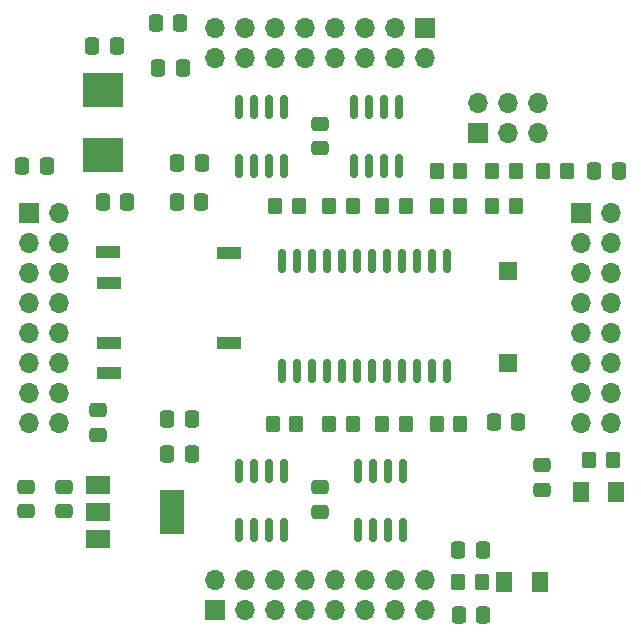
<source format=gbr>
%TF.GenerationSoftware,KiCad,Pcbnew,6.0.8+dfsg-1~bpo11+1*%
%TF.CreationDate,2022-10-31T17:28:35+01:00*%
%TF.ProjectId,vertExpI2c_00,76657274-4578-4704-9932-635f30302e6b,rev?*%
%TF.SameCoordinates,Original*%
%TF.FileFunction,Soldermask,Top*%
%TF.FilePolarity,Negative*%
%FSLAX46Y46*%
G04 Gerber Fmt 4.6, Leading zero omitted, Abs format (unit mm)*
G04 Created by KiCad (PCBNEW 6.0.8+dfsg-1~bpo11+1) date 2022-10-31 17:28:35*
%MOMM*%
%LPD*%
G01*
G04 APERTURE LIST*
G04 Aperture macros list*
%AMRoundRect*
0 Rectangle with rounded corners*
0 $1 Rounding radius*
0 $2 $3 $4 $5 $6 $7 $8 $9 X,Y pos of 4 corners*
0 Add a 4 corners polygon primitive as box body*
4,1,4,$2,$3,$4,$5,$6,$7,$8,$9,$2,$3,0*
0 Add four circle primitives for the rounded corners*
1,1,$1+$1,$2,$3*
1,1,$1+$1,$4,$5*
1,1,$1+$1,$6,$7*
1,1,$1+$1,$8,$9*
0 Add four rect primitives between the rounded corners*
20,1,$1+$1,$2,$3,$4,$5,0*
20,1,$1+$1,$4,$5,$6,$7,0*
20,1,$1+$1,$6,$7,$8,$9,0*
20,1,$1+$1,$8,$9,$2,$3,0*%
G04 Aperture macros list end*
%ADD10RoundRect,0.250000X-0.475000X0.337500X-0.475000X-0.337500X0.475000X-0.337500X0.475000X0.337500X0*%
%ADD11RoundRect,0.250000X-0.350000X-0.450000X0.350000X-0.450000X0.350000X0.450000X-0.350000X0.450000X0*%
%ADD12RoundRect,0.250000X0.337500X0.475000X-0.337500X0.475000X-0.337500X-0.475000X0.337500X-0.475000X0*%
%ADD13RoundRect,0.250000X0.475000X-0.337500X0.475000X0.337500X-0.475000X0.337500X-0.475000X-0.337500X0*%
%ADD14R,1.700000X1.700000*%
%ADD15O,1.700000X1.700000*%
%ADD16RoundRect,0.250000X0.350000X0.450000X-0.350000X0.450000X-0.350000X-0.450000X0.350000X-0.450000X0*%
%ADD17RoundRect,0.250000X-0.337500X-0.475000X0.337500X-0.475000X0.337500X0.475000X-0.337500X0.475000X0*%
%ADD18RoundRect,0.150000X0.150000X-0.825000X0.150000X0.825000X-0.150000X0.825000X-0.150000X-0.825000X0*%
%ADD19RoundRect,0.150000X-0.150000X0.875000X-0.150000X-0.875000X0.150000X-0.875000X0.150000X0.875000X0*%
%ADD20RoundRect,0.150000X-0.150000X0.825000X-0.150000X-0.825000X0.150000X-0.825000X0.150000X0.825000X0*%
%ADD21RoundRect,0.250001X0.462499X0.624999X-0.462499X0.624999X-0.462499X-0.624999X0.462499X-0.624999X0*%
%ADD22R,2.000000X1.500000*%
%ADD23R,2.000000X3.800000*%
%ADD24R,3.500000X2.950000*%
%ADD25R,2.100000X1.000000*%
%ADD26R,1.500000X1.500000*%
%ADD27RoundRect,0.250001X-0.462499X-0.624999X0.462499X-0.624999X0.462499X0.624999X-0.462499X0.624999X0*%
G04 APERTURE END LIST*
D10*
%TO.C,C19*%
X143000000Y-82000000D03*
X143000000Y-84075000D03*
%TD*%
D11*
%TO.C,R6*%
X154710000Y-120850000D03*
X156710000Y-120850000D03*
%TD*%
D12*
%TO.C,C13*%
X132975000Y-88600000D03*
X130900000Y-88600000D03*
%TD*%
D13*
%TO.C,C4*%
X118140000Y-114835000D03*
X118140000Y-112760000D03*
%TD*%
D14*
%TO.C,J2*%
X134125000Y-123175000D03*
D15*
X134125000Y-120635000D03*
X136665000Y-123175000D03*
X136665000Y-120635000D03*
X139205000Y-123175000D03*
X139205000Y-120635000D03*
X141745000Y-123175000D03*
X141745000Y-120635000D03*
X144285000Y-123175000D03*
X144285000Y-120635000D03*
X146825000Y-123175000D03*
X146825000Y-120635000D03*
X149365000Y-123175000D03*
X149365000Y-120635000D03*
X151905000Y-123175000D03*
X151905000Y-120635000D03*
%TD*%
D12*
%TO.C,C16*%
X131375000Y-77300000D03*
X129300000Y-77300000D03*
%TD*%
D14*
%TO.C,J5*%
X156375000Y-82785000D03*
D15*
X156375000Y-80245000D03*
X158915000Y-82785000D03*
X158915000Y-80245000D03*
X161455000Y-82785000D03*
X161455000Y-80245000D03*
%TD*%
D14*
%TO.C,J3*%
X165100000Y-89600000D03*
D15*
X167640000Y-89600000D03*
X165100000Y-92140000D03*
X167640000Y-92140000D03*
X165100000Y-94680000D03*
X167640000Y-94680000D03*
X165100000Y-97220000D03*
X167640000Y-97220000D03*
X165100000Y-99760000D03*
X167640000Y-99760000D03*
X165100000Y-102300000D03*
X167640000Y-102300000D03*
X165100000Y-104840000D03*
X167640000Y-104840000D03*
X165100000Y-107380000D03*
X167640000Y-107380000D03*
%TD*%
D16*
%TO.C,R1*%
X159600000Y-89000000D03*
X157600000Y-89000000D03*
%TD*%
D11*
%TO.C,R5*%
X152900000Y-86050000D03*
X154900000Y-86050000D03*
%TD*%
D17*
%TO.C,C6*%
X154725000Y-118140000D03*
X156800000Y-118140000D03*
%TD*%
D10*
%TO.C,C1*%
X161800000Y-110925000D03*
X161800000Y-113000000D03*
%TD*%
D18*
%TO.C,U3*%
X145895000Y-85575000D03*
X147165000Y-85575000D03*
X148435000Y-85575000D03*
X149705000Y-85575000D03*
X149705000Y-80625000D03*
X148435000Y-80625000D03*
X147165000Y-80625000D03*
X145895000Y-80625000D03*
%TD*%
D16*
%TO.C,R20*%
X154900000Y-107400000D03*
X152900000Y-107400000D03*
%TD*%
D13*
%TO.C,C3*%
X143000000Y-114875000D03*
X143000000Y-112800000D03*
%TD*%
D11*
%TO.C,R11*%
X152900000Y-89000000D03*
X154900000Y-89000000D03*
%TD*%
D14*
%TO.C,J1*%
X151920000Y-73900000D03*
D15*
X151920000Y-76440000D03*
X149380000Y-73900000D03*
X149380000Y-76440000D03*
X146840000Y-73900000D03*
X146840000Y-76440000D03*
X144300000Y-73900000D03*
X144300000Y-76440000D03*
X141760000Y-73900000D03*
X141760000Y-76440000D03*
X139220000Y-73900000D03*
X139220000Y-76440000D03*
X136680000Y-73900000D03*
X136680000Y-76440000D03*
X134140000Y-73900000D03*
X134140000Y-76440000D03*
%TD*%
D11*
%TO.C,R19*%
X139000000Y-107400000D03*
X141000000Y-107400000D03*
%TD*%
D19*
%TO.C,U1*%
X153765000Y-93670000D03*
X152495000Y-93670000D03*
X151225000Y-93670000D03*
X149955000Y-93670000D03*
X148685000Y-93670000D03*
X147415000Y-93670000D03*
X146145000Y-93670000D03*
X144875000Y-93670000D03*
X143605000Y-93670000D03*
X142335000Y-93670000D03*
X141065000Y-93670000D03*
X139795000Y-93670000D03*
X139795000Y-102970000D03*
X141065000Y-102970000D03*
X142335000Y-102970000D03*
X143605000Y-102970000D03*
X144875000Y-102970000D03*
X146145000Y-102970000D03*
X147415000Y-102970000D03*
X148685000Y-102970000D03*
X149955000Y-102970000D03*
X151225000Y-102970000D03*
X152495000Y-102970000D03*
X153765000Y-102970000D03*
%TD*%
D17*
%TO.C,C12*%
X117800000Y-85600000D03*
X119875000Y-85600000D03*
%TD*%
D20*
%TO.C,U7*%
X140005000Y-111425000D03*
X138735000Y-111425000D03*
X137465000Y-111425000D03*
X136195000Y-111425000D03*
X136195000Y-116375000D03*
X137465000Y-116375000D03*
X138735000Y-116375000D03*
X140005000Y-116375000D03*
%TD*%
D21*
%TO.C,D2*%
X161605000Y-120850000D03*
X158630000Y-120850000D03*
%TD*%
D12*
%TO.C,C14*%
X132175000Y-107000000D03*
X130100000Y-107000000D03*
%TD*%
D22*
%TO.C,U11*%
X124200000Y-112600000D03*
X124200000Y-114900000D03*
D23*
X130500000Y-114900000D03*
D22*
X124200000Y-117200000D03*
%TD*%
D17*
%TO.C,C17*%
X129125000Y-73500000D03*
X131200000Y-73500000D03*
%TD*%
%TO.C,C2*%
X166230000Y-86050000D03*
X168305000Y-86050000D03*
%TD*%
%TO.C,C5*%
X157725000Y-107300000D03*
X159800000Y-107300000D03*
%TD*%
D11*
%TO.C,R13*%
X143800000Y-89000000D03*
X145800000Y-89000000D03*
%TD*%
D12*
%TO.C,C9*%
X133000000Y-85300000D03*
X130925000Y-85300000D03*
%TD*%
D13*
%TO.C,C18*%
X124200000Y-108337500D03*
X124200000Y-106262500D03*
%TD*%
D14*
%TO.C,J4*%
X118400000Y-89600000D03*
D15*
X120940000Y-89600000D03*
X118400000Y-92140000D03*
X120940000Y-92140000D03*
X118400000Y-94680000D03*
X120940000Y-94680000D03*
X118400000Y-97220000D03*
X120940000Y-97220000D03*
X118400000Y-99760000D03*
X120940000Y-99760000D03*
X118400000Y-102300000D03*
X120940000Y-102300000D03*
X118400000Y-104840000D03*
X120940000Y-104840000D03*
X118400000Y-107380000D03*
X120940000Y-107380000D03*
%TD*%
D17*
%TO.C,C11*%
X124625000Y-88600000D03*
X126700000Y-88600000D03*
%TD*%
D24*
%TO.C,L1*%
X124600000Y-79175000D03*
X124600000Y-84625000D03*
%TD*%
D11*
%TO.C,R2*%
X165800000Y-110500000D03*
X167800000Y-110500000D03*
%TD*%
D16*
%TO.C,R10*%
X150300000Y-89000000D03*
X148300000Y-89000000D03*
%TD*%
D17*
%TO.C,C8*%
X123725000Y-75400000D03*
X125800000Y-75400000D03*
%TD*%
D11*
%TO.C,R21*%
X148300000Y-107400000D03*
X150300000Y-107400000D03*
%TD*%
D25*
%TO.C,U2*%
X125100000Y-92900000D03*
X125120000Y-95460000D03*
X125120000Y-100540000D03*
X125120000Y-103080000D03*
X135280000Y-100540000D03*
X135280000Y-92920000D03*
%TD*%
D13*
%TO.C,C15*%
X121340000Y-114825000D03*
X121340000Y-112750000D03*
%TD*%
D12*
%TO.C,C10*%
X132175000Y-110000000D03*
X130100000Y-110000000D03*
%TD*%
D16*
%TO.C,R12*%
X141200000Y-89000000D03*
X139200000Y-89000000D03*
%TD*%
D26*
%TO.C,SW1*%
X158910000Y-102250000D03*
X158910000Y-94450000D03*
%TD*%
D18*
%TO.C,U4*%
X136195000Y-85575000D03*
X137465000Y-85575000D03*
X138735000Y-85575000D03*
X140005000Y-85575000D03*
X140005000Y-80625000D03*
X138735000Y-80625000D03*
X137465000Y-80625000D03*
X136195000Y-80625000D03*
%TD*%
D16*
%TO.C,R4*%
X159580000Y-86020000D03*
X157580000Y-86020000D03*
%TD*%
D12*
%TO.C,C7*%
X156840000Y-123620000D03*
X154765000Y-123620000D03*
%TD*%
D20*
%TO.C,U8*%
X150005000Y-111425000D03*
X148735000Y-111425000D03*
X147465000Y-111425000D03*
X146195000Y-111425000D03*
X146195000Y-116375000D03*
X147465000Y-116375000D03*
X148735000Y-116375000D03*
X150005000Y-116375000D03*
%TD*%
D16*
%TO.C,R18*%
X145800000Y-107400000D03*
X143800000Y-107400000D03*
%TD*%
D27*
%TO.C,D1*%
X165100000Y-113200000D03*
X168075000Y-113200000D03*
%TD*%
D16*
%TO.C,R3*%
X163900000Y-86030000D03*
X161900000Y-86030000D03*
%TD*%
M02*

</source>
